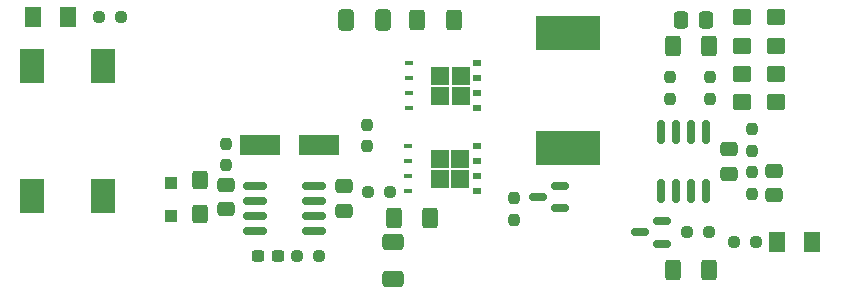
<source format=gbr>
%TF.GenerationSoftware,KiCad,Pcbnew,(6.0.1)*%
%TF.CreationDate,2022-06-13T19:43:20+02:00*%
%TF.ProjectId,Buck IRS25411,4275636b-2049-4525-9332-353431312e6b,rev?*%
%TF.SameCoordinates,Original*%
%TF.FileFunction,Paste,Top*%
%TF.FilePolarity,Positive*%
%FSLAX46Y46*%
G04 Gerber Fmt 4.6, Leading zero omitted, Abs format (unit mm)*
G04 Created by KiCad (PCBNEW (6.0.1)) date 2022-06-13 19:43:20*
%MOMM*%
%LPD*%
G01*
G04 APERTURE LIST*
G04 Aperture macros list*
%AMRoundRect*
0 Rectangle with rounded corners*
0 $1 Rounding radius*
0 $2 $3 $4 $5 $6 $7 $8 $9 X,Y pos of 4 corners*
0 Add a 4 corners polygon primitive as box body*
4,1,4,$2,$3,$4,$5,$6,$7,$8,$9,$2,$3,0*
0 Add four circle primitives for the rounded corners*
1,1,$1+$1,$2,$3*
1,1,$1+$1,$4,$5*
1,1,$1+$1,$6,$7*
1,1,$1+$1,$8,$9*
0 Add four rect primitives between the rounded corners*
20,1,$1+$1,$2,$3,$4,$5,0*
20,1,$1+$1,$4,$5,$6,$7,0*
20,1,$1+$1,$6,$7,$8,$9,0*
20,1,$1+$1,$8,$9,$2,$3,0*%
G04 Aperture macros list end*
%ADD10RoundRect,0.250000X0.337500X0.475000X-0.337500X0.475000X-0.337500X-0.475000X0.337500X-0.475000X0*%
%ADD11RoundRect,0.237500X-0.250000X-0.237500X0.250000X-0.237500X0.250000X0.237500X-0.250000X0.237500X0*%
%ADD12RoundRect,0.237500X0.250000X0.237500X-0.250000X0.237500X-0.250000X-0.237500X0.250000X-0.237500X0*%
%ADD13R,0.750000X0.500000*%
%ADD14R,1.500000X1.500000*%
%ADD15R,0.750000X0.400000*%
%ADD16RoundRect,0.250001X-0.462499X-0.624999X0.462499X-0.624999X0.462499X0.624999X-0.462499X0.624999X0*%
%ADD17RoundRect,0.250001X0.462499X0.624999X-0.462499X0.624999X-0.462499X-0.624999X0.462499X-0.624999X0*%
%ADD18RoundRect,0.250000X-0.475000X0.337500X-0.475000X-0.337500X0.475000X-0.337500X0.475000X0.337500X0*%
%ADD19R,2.000000X3.000000*%
%ADD20R,5.400000X2.900000*%
%ADD21RoundRect,0.250000X-0.537500X-0.425000X0.537500X-0.425000X0.537500X0.425000X-0.537500X0.425000X0*%
%ADD22RoundRect,0.250000X-0.425000X0.537500X-0.425000X-0.537500X0.425000X-0.537500X0.425000X0.537500X0*%
%ADD23RoundRect,0.237500X0.300000X0.237500X-0.300000X0.237500X-0.300000X-0.237500X0.300000X-0.237500X0*%
%ADD24R,3.500000X1.800000*%
%ADD25R,1.100000X1.100000*%
%ADD26RoundRect,0.150000X0.587500X0.150000X-0.587500X0.150000X-0.587500X-0.150000X0.587500X-0.150000X0*%
%ADD27RoundRect,0.250000X0.400000X0.625000X-0.400000X0.625000X-0.400000X-0.625000X0.400000X-0.625000X0*%
%ADD28RoundRect,0.237500X-0.237500X0.250000X-0.237500X-0.250000X0.237500X-0.250000X0.237500X0.250000X0*%
%ADD29RoundRect,0.237500X0.237500X-0.250000X0.237500X0.250000X-0.237500X0.250000X-0.237500X-0.250000X0*%
%ADD30RoundRect,0.150000X-0.825000X-0.150000X0.825000X-0.150000X0.825000X0.150000X-0.825000X0.150000X0*%
%ADD31RoundRect,0.150000X0.150000X-0.825000X0.150000X0.825000X-0.150000X0.825000X-0.150000X-0.825000X0*%
%ADD32RoundRect,0.250000X0.412500X0.650000X-0.412500X0.650000X-0.412500X-0.650000X0.412500X-0.650000X0*%
%ADD33RoundRect,0.250000X-0.650000X0.412500X-0.650000X-0.412500X0.650000X-0.412500X0.650000X0.412500X0*%
G04 APERTURE END LIST*
D10*
%TO.C,C8*%
X151637500Y-90800000D03*
X149562500Y-90800000D03*
%TD*%
D11*
%TO.C,R16*%
X154087500Y-109600000D03*
X155912500Y-109600000D03*
%TD*%
D12*
%TO.C,R15*%
X102112500Y-90600000D03*
X100287500Y-90600000D03*
%TD*%
D13*
%TO.C,Q2*%
X132255000Y-105305000D03*
D14*
X129150000Y-102550000D03*
X129150000Y-104250000D03*
D13*
X132255000Y-104035000D03*
X132255000Y-102765000D03*
X132255000Y-101495000D03*
D14*
X130850000Y-102550000D03*
X130850000Y-104250000D03*
D15*
X126450000Y-101495000D03*
X126450000Y-102765000D03*
X126450000Y-104035000D03*
X126450000Y-105305000D03*
%TD*%
D16*
%TO.C,D4*%
X157712500Y-109600000D03*
X160687500Y-109600000D03*
%TD*%
D17*
%TO.C,D3*%
X97687500Y-90600000D03*
X94712500Y-90600000D03*
%TD*%
D18*
%TO.C,C10*%
X157400000Y-103562500D03*
X157400000Y-105637500D03*
%TD*%
%TO.C,C5*%
X121000000Y-104912500D03*
X121000000Y-106987500D03*
%TD*%
%TO.C,C3*%
X111000000Y-104762500D03*
X111000000Y-106837500D03*
%TD*%
%TO.C,C2*%
X153600000Y-101762500D03*
X153600000Y-103837500D03*
%TD*%
D19*
%TO.C,J1*%
X94600000Y-94700000D03*
X100600000Y-94700000D03*
X100600000Y-105700000D03*
X94600000Y-105700000D03*
%TD*%
D20*
%TO.C,L1*%
X140000000Y-91950000D03*
X140000000Y-101650000D03*
%TD*%
D21*
%TO.C,C13*%
X157637500Y-90600000D03*
X154762500Y-90600000D03*
%TD*%
%TO.C,C12*%
X157637500Y-93000000D03*
X154762500Y-93000000D03*
%TD*%
%TO.C,C11*%
X157637500Y-95400000D03*
X154762500Y-95400000D03*
%TD*%
%TO.C,C9*%
X157637500Y-97800000D03*
X154762500Y-97800000D03*
%TD*%
D22*
%TO.C,C1*%
X108800000Y-104362500D03*
X108800000Y-107237500D03*
%TD*%
D23*
%TO.C,C4*%
X115462500Y-110800000D03*
X113737500Y-110800000D03*
%TD*%
D24*
%TO.C,D2*%
X118900000Y-101400000D03*
X113900000Y-101400000D03*
%TD*%
D25*
%TO.C,D1*%
X106400000Y-104600000D03*
X106400000Y-107400000D03*
%TD*%
D26*
%TO.C,Q3*%
X139337500Y-106750000D03*
X139337500Y-104850000D03*
X137462500Y-105800000D03*
%TD*%
D27*
%TO.C,R5*%
X130350000Y-90800000D03*
X127250000Y-90800000D03*
%TD*%
D28*
%TO.C,R1*%
X111000000Y-101287500D03*
X111000000Y-103112500D03*
%TD*%
D29*
%TO.C,R3*%
X123000000Y-101512500D03*
X123000000Y-99687500D03*
%TD*%
D27*
%TO.C,R8*%
X148850000Y-93000000D03*
X151950000Y-93000000D03*
%TD*%
%TO.C,R6*%
X128350000Y-107600000D03*
X125250000Y-107600000D03*
%TD*%
D11*
%TO.C,R4*%
X123087500Y-105400000D03*
X124912500Y-105400000D03*
%TD*%
D28*
%TO.C,R7*%
X148600000Y-97512500D03*
X148600000Y-95687500D03*
%TD*%
%TO.C,R10*%
X152000000Y-97512500D03*
X152000000Y-95687500D03*
%TD*%
%TO.C,R11*%
X155600000Y-101912500D03*
X155600000Y-100087500D03*
%TD*%
D11*
%TO.C,R13*%
X151912500Y-108800000D03*
X150087500Y-108800000D03*
%TD*%
D27*
%TO.C,R14*%
X148850000Y-112000000D03*
X151950000Y-112000000D03*
%TD*%
D12*
%TO.C,R2*%
X118912500Y-110800000D03*
X117087500Y-110800000D03*
%TD*%
D28*
%TO.C,R9*%
X135400000Y-105887500D03*
X135400000Y-107712500D03*
%TD*%
D30*
%TO.C,U2*%
X113525000Y-104895000D03*
X113525000Y-106165000D03*
X113525000Y-107435000D03*
X113525000Y-108705000D03*
X118475000Y-108705000D03*
X118475000Y-107435000D03*
X118475000Y-106165000D03*
X118475000Y-104895000D03*
%TD*%
D26*
%TO.C,U3*%
X147937500Y-109750000D03*
X147937500Y-107850000D03*
X146062500Y-108800000D03*
%TD*%
D31*
%TO.C,U1*%
X147895000Y-100325000D03*
X149165000Y-100325000D03*
X150435000Y-100325000D03*
X151705000Y-100325000D03*
X151705000Y-105275000D03*
X150435000Y-105275000D03*
X149165000Y-105275000D03*
X147895000Y-105275000D03*
%TD*%
D13*
%TO.C,Q1*%
X132305000Y-97035000D03*
X132305000Y-98305000D03*
D14*
X130900000Y-95550000D03*
X130900000Y-97250000D03*
X129200000Y-97250000D03*
D13*
X132305000Y-94495000D03*
X132305000Y-95765000D03*
D14*
X129200000Y-95550000D03*
D15*
X126500000Y-94495000D03*
X126500000Y-95765000D03*
X126500000Y-97035000D03*
X126500000Y-98305000D03*
%TD*%
D32*
%TO.C,C6*%
X124362500Y-90800000D03*
X121237500Y-90800000D03*
%TD*%
D33*
%TO.C,C7*%
X125200000Y-109637500D03*
X125200000Y-112762500D03*
%TD*%
D28*
%TO.C,R12*%
X155600000Y-105512500D03*
X155600000Y-103687500D03*
%TD*%
M02*

</source>
